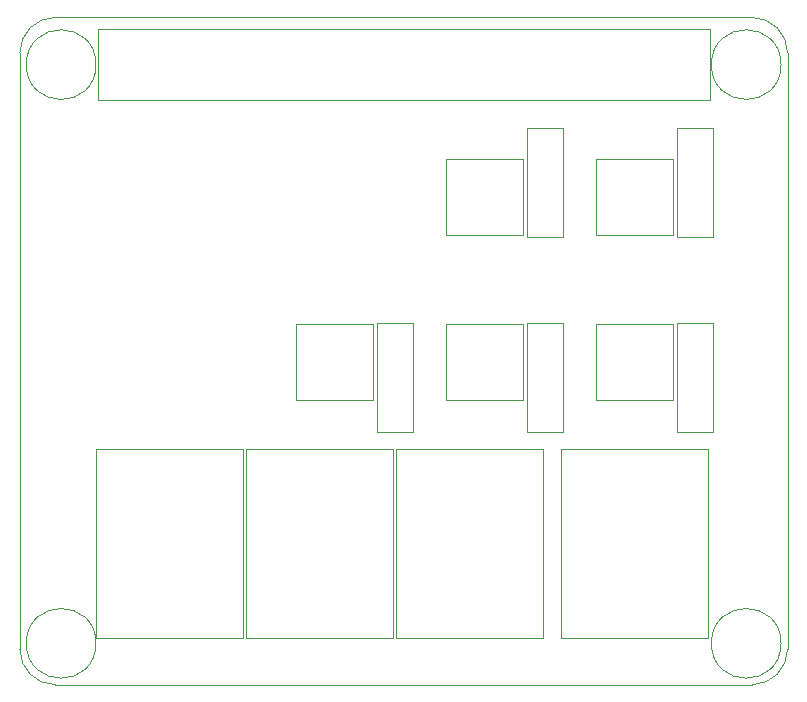
<source format=gbr>
%TF.GenerationSoftware,KiCad,Pcbnew,4.0.7*%
%TF.CreationDate,2018-01-22T14:26:12+01:00*%
%TF.ProjectId,RPi_Hat,5250695F4861742E6B696361645F7063,rev?*%
%TF.FileFunction,Other,User*%
%FSLAX46Y46*%
G04 Gerber Fmt 4.6, Leading zero omitted, Abs format (unit mm)*
G04 Created by KiCad (PCBNEW 4.0.7) date 01/22/18 14:26:12*
%MOMM*%
%LPD*%
G01*
G04 APERTURE LIST*
%ADD10C,0.050000*%
%ADD11C,0.100000*%
G04 APERTURE END LIST*
D10*
D11*
X55070000Y-48260000D02*
X114070000Y-48260000D01*
X117070000Y-51260000D02*
G75*
G03X114070000Y-48260000I-3000000J0D01*
G01*
X55070000Y-48260000D02*
G75*
G03X52070000Y-51260000I0J-3000000D01*
G01*
X117070000Y-51260000D02*
X117070000Y-101760000D01*
X52070000Y-93980000D02*
X52070000Y-63500000D01*
X114070000Y-104760000D02*
G75*
G03X117070000Y-101760000I0J3000000D01*
G01*
X52070000Y-101760000D02*
G75*
G03X55070000Y-104760000I3000000J0D01*
G01*
X52070000Y-86260000D02*
X52070000Y-101760000D01*
X52070000Y-51260000D02*
X52070000Y-67260000D01*
X55070000Y-104760000D02*
X114070000Y-104760000D01*
D10*
X116520000Y-52260000D02*
G75*
G03X116520000Y-52260000I-2950000J0D01*
G01*
X116520000Y-101260000D02*
G75*
G03X116520000Y-101260000I-2950000J0D01*
G01*
X58520000Y-101260000D02*
G75*
G03X58520000Y-101260000I-2950000J0D01*
G01*
X58520000Y-52260000D02*
G75*
G03X58520000Y-52260000I-2950000J0D01*
G01*
X58690000Y-55280000D02*
X110490000Y-55280000D01*
X58690000Y-49230000D02*
X110490000Y-49230000D01*
X58690000Y-55280000D02*
X58690000Y-49230000D01*
X110490000Y-55280000D02*
X110490000Y-49230000D01*
X100890000Y-66720000D02*
X107390000Y-66720000D01*
X107390000Y-66720000D02*
X107390000Y-60270000D01*
X107390000Y-60270000D02*
X100890000Y-60270000D01*
X100890000Y-60270000D02*
X100890000Y-66720000D01*
X88190000Y-66720000D02*
X94690000Y-66720000D01*
X94690000Y-66720000D02*
X94690000Y-60270000D01*
X94690000Y-60270000D02*
X88190000Y-60270000D01*
X88190000Y-60270000D02*
X88190000Y-66720000D01*
X100890000Y-80690000D02*
X107390000Y-80690000D01*
X107390000Y-80690000D02*
X107390000Y-74240000D01*
X107390000Y-74240000D02*
X100890000Y-74240000D01*
X100890000Y-74240000D02*
X100890000Y-80690000D01*
X88190000Y-80690000D02*
X94690000Y-80690000D01*
X94690000Y-80690000D02*
X94690000Y-74240000D01*
X94690000Y-74240000D02*
X88190000Y-74240000D01*
X88190000Y-74240000D02*
X88190000Y-80690000D01*
X75490000Y-80690000D02*
X81990000Y-80690000D01*
X81990000Y-80690000D02*
X81990000Y-74240000D01*
X81990000Y-74240000D02*
X75490000Y-74240000D01*
X75490000Y-74240000D02*
X75490000Y-80690000D01*
X110720000Y-57630000D02*
X110720000Y-66830000D01*
X110720000Y-57630000D02*
X107720000Y-57630000D01*
X107720000Y-66830000D02*
X110720000Y-66830000D01*
X107720000Y-66830000D02*
X107720000Y-57630000D01*
X98020000Y-57630000D02*
X98020000Y-66830000D01*
X98020000Y-57630000D02*
X95020000Y-57630000D01*
X95020000Y-66830000D02*
X98020000Y-66830000D01*
X95020000Y-66830000D02*
X95020000Y-57630000D01*
X107720000Y-83340000D02*
X107720000Y-74140000D01*
X107720000Y-83340000D02*
X110720000Y-83340000D01*
X110720000Y-74140000D02*
X107720000Y-74140000D01*
X110720000Y-74140000D02*
X110720000Y-83340000D01*
X95020000Y-83340000D02*
X95020000Y-74140000D01*
X95020000Y-83340000D02*
X98020000Y-83340000D01*
X98020000Y-74140000D02*
X95020000Y-74140000D01*
X98020000Y-74140000D02*
X98020000Y-83340000D01*
X82320000Y-83340000D02*
X82320000Y-74140000D01*
X82320000Y-83340000D02*
X85320000Y-83340000D01*
X85320000Y-74140000D02*
X82320000Y-74140000D01*
X85320000Y-74140000D02*
X85320000Y-83340000D01*
X97850000Y-100830000D02*
X97850000Y-84810000D01*
X97850000Y-100830000D02*
X110350000Y-100830000D01*
X110350000Y-84810000D02*
X97850000Y-84810000D01*
X110350000Y-84810000D02*
X110350000Y-100830000D01*
X83880000Y-100830000D02*
X83880000Y-84810000D01*
X83880000Y-100830000D02*
X96380000Y-100830000D01*
X96380000Y-84810000D02*
X83880000Y-84810000D01*
X96380000Y-84810000D02*
X96380000Y-100830000D01*
X71180000Y-100830000D02*
X71180000Y-84810000D01*
X71180000Y-100830000D02*
X83680000Y-100830000D01*
X83680000Y-84810000D02*
X71180000Y-84810000D01*
X83680000Y-84810000D02*
X83680000Y-100830000D01*
X58480000Y-100830000D02*
X58480000Y-84810000D01*
X58480000Y-100830000D02*
X70980000Y-100830000D01*
X70980000Y-84810000D02*
X58480000Y-84810000D01*
X70980000Y-84810000D02*
X70980000Y-100830000D01*
M02*

</source>
